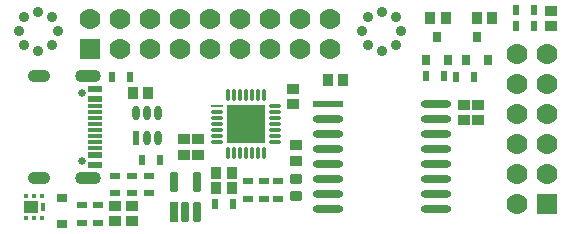
<source format=gbr>
%TF.GenerationSoftware,Altium Limited,Altium Designer,24.10.1 (45)*%
G04 Layer_Color=8388736*
%FSLAX43Y43*%
%MOMM*%
%TF.SameCoordinates,8629D08E-D241-4C1D-8EA4-E11FCD9DE57C*%
%TF.FilePolarity,Negative*%
%TF.FileFunction,Soldermask,Top*%
%TF.Part,Single*%
G01*
G75*
%TA.AperFunction,ConnectorPad*%
%ADD13R,1.150X0.300*%
%ADD14R,1.150X0.600*%
%TA.AperFunction,SMDPad,CuDef*%
G04:AMPARAMS|DCode=20|XSize=2.598mm|YSize=0.622mm|CornerRadius=0.311mm|HoleSize=0mm|Usage=FLASHONLY|Rotation=0.000|XOffset=0mm|YOffset=0mm|HoleType=Round|Shape=RoundedRectangle|*
%AMROUNDEDRECTD20*
21,1,2.598,0.000,0,0,0.0*
21,1,1.976,0.622,0,0,0.0*
1,1,0.622,0.988,0.000*
1,1,0.622,-0.988,0.000*
1,1,0.622,-0.988,0.000*
1,1,0.622,0.988,0.000*
%
%ADD20ROUNDEDRECTD20*%
%ADD21R,2.598X0.622*%
%TA.AperFunction,ConnectorPad*%
%ADD29R,0.350X0.660*%
%ADD30R,0.350X0.430*%
%ADD31R,1.250X1.100*%
%TA.AperFunction,ComponentPad*%
%ADD44C,0.650*%
%TA.AperFunction,ViaPad*%
%ADD53C,0.600*%
%TA.AperFunction,ComponentPad*%
%ADD64O,2.176X1.076*%
%ADD65O,1.876X1.076*%
G04:AMPARAMS|DCode=66|XSize=1.776mm|YSize=1.776mm|CornerRadius=0.888mm|HoleSize=0mm|Usage=FLASHONLY|Rotation=90.000|XOffset=0mm|YOffset=0mm|HoleType=Round|Shape=RoundedRectangle|*
%AMROUNDEDRECTD66*
21,1,1.776,0.000,0,0,90.0*
21,1,0.000,1.776,0,0,90.0*
1,1,1.776,0.000,0.000*
1,1,1.776,0.000,0.000*
1,1,1.776,0.000,0.000*
1,1,1.776,0.000,0.000*
%
%ADD66ROUNDEDRECTD66*%
%ADD67R,1.776X1.776*%
G04:AMPARAMS|DCode=68|XSize=1.776mm|YSize=1.776mm|CornerRadius=0.888mm|HoleSize=0mm|Usage=FLASHONLY|Rotation=180.000|XOffset=0mm|YOffset=0mm|HoleType=Round|Shape=RoundedRectangle|*
%AMROUNDEDRECTD68*
21,1,1.776,0.000,0,0,180.0*
21,1,0.000,1.776,0,0,180.0*
1,1,1.776,0.000,0.000*
1,1,1.776,0.000,0.000*
1,1,1.776,0.000,0.000*
1,1,1.776,0.000,0.000*
%
%ADD68ROUNDEDRECTD68*%
%ADD69R,1.776X1.776*%
%ADD70C,0.876*%
%TA.AperFunction,SMDPad,CuDef*%
%ADD71R,0.976X0.876*%
%TA.AperFunction,ConnectorPad*%
%ADD72R,1.226X0.376*%
%TA.AperFunction,SMDPad,CuDef*%
G04:AMPARAMS|DCode=73|XSize=0.726mm|YSize=1.676mm|CornerRadius=0.152mm|HoleSize=0mm|Usage=FLASHONLY|Rotation=180.000|XOffset=0mm|YOffset=0mm|HoleType=Round|Shape=RoundedRectangle|*
%AMROUNDEDRECTD73*
21,1,0.726,1.373,0,0,180.0*
21,1,0.422,1.676,0,0,180.0*
1,1,0.304,-0.211,0.686*
1,1,0.304,0.211,0.686*
1,1,0.304,0.211,-0.686*
1,1,0.304,-0.211,-0.686*
%
%ADD73ROUNDEDRECTD73*%
%ADD74R,0.726X1.676*%
G04:AMPARAMS|DCode=75|XSize=1.232mm|YSize=0.612mm|CornerRadius=0.306mm|HoleSize=0mm|Usage=FLASHONLY|Rotation=90.000|XOffset=0mm|YOffset=0mm|HoleType=Round|Shape=RoundedRectangle|*
%AMROUNDEDRECTD75*
21,1,1.232,0.000,0,0,90.0*
21,1,0.620,0.612,0,0,90.0*
1,1,0.612,0.000,0.310*
1,1,0.612,0.000,-0.310*
1,1,0.612,0.000,-0.310*
1,1,0.612,0.000,0.310*
%
%ADD75ROUNDEDRECTD75*%
%ADD76R,0.612X1.232*%
%ADD77R,0.676X0.876*%
%TA.AperFunction,ConnectorPad*%
%ADD78R,0.906X0.701*%
%TA.AperFunction,SMDPad,CuDef*%
%ADD79R,0.576X0.876*%
G04:AMPARAMS|DCode=80|XSize=0.276mm|YSize=1.026mm|CornerRadius=0.088mm|HoleSize=0mm|Usage=FLASHONLY|Rotation=90.000|XOffset=0mm|YOffset=0mm|HoleType=Round|Shape=RoundedRectangle|*
%AMROUNDEDRECTD80*
21,1,0.276,0.850,0,0,90.0*
21,1,0.100,1.026,0,0,90.0*
1,1,0.176,0.425,0.050*
1,1,0.176,0.425,-0.050*
1,1,0.176,-0.425,-0.050*
1,1,0.176,-0.425,0.050*
%
%ADD80ROUNDEDRECTD80*%
G04:AMPARAMS|DCode=81|XSize=0.276mm|YSize=1.026mm|CornerRadius=0.088mm|HoleSize=0mm|Usage=FLASHONLY|Rotation=0.000|XOffset=0mm|YOffset=0mm|HoleType=Round|Shape=RoundedRectangle|*
%AMROUNDEDRECTD81*
21,1,0.276,0.850,0,0,0.0*
21,1,0.100,1.026,0,0,0.0*
1,1,0.176,0.050,-0.425*
1,1,0.176,-0.050,-0.425*
1,1,0.176,-0.050,0.425*
1,1,0.176,0.050,0.425*
%
%ADD81ROUNDEDRECTD81*%
%ADD82R,1.026X0.276*%
%ADD83R,3.276X3.276*%
G04:AMPARAMS|DCode=84|XSize=0.876mm|YSize=1.076mm|CornerRadius=0.138mm|HoleSize=0mm|Usage=FLASHONLY|Rotation=270.000|XOffset=0mm|YOffset=0mm|HoleType=Round|Shape=RoundedRectangle|*
%AMROUNDEDRECTD84*
21,1,0.876,0.800,0,0,270.0*
21,1,0.600,1.076,0,0,270.0*
1,1,0.276,-0.400,-0.300*
1,1,0.276,-0.400,0.300*
1,1,0.276,0.400,0.300*
1,1,0.276,0.400,-0.300*
%
%ADD84ROUNDEDRECTD84*%
%ADD85R,0.876X0.976*%
%TA.AperFunction,ConnectorPad*%
%ADD86R,0.876X0.576*%
%TA.AperFunction,SMDPad,CuDef*%
%ADD87R,0.876X0.576*%
D13*
X7677Y9750D02*
D03*
Y10250D02*
D03*
Y8750D02*
D03*
Y9250D02*
D03*
Y10750D02*
D03*
Y7250D02*
D03*
Y8250D02*
D03*
D14*
Y12200D02*
D03*
Y11400D02*
D03*
Y5800D02*
D03*
Y6600D02*
D03*
D20*
X36578Y9675D02*
D03*
Y8405D02*
D03*
Y10945D02*
D03*
Y5865D02*
D03*
Y7135D02*
D03*
Y4595D02*
D03*
Y2055D02*
D03*
Y3325D02*
D03*
X27422Y4595D02*
D03*
Y5865D02*
D03*
Y9675D02*
D03*
Y7135D02*
D03*
Y8405D02*
D03*
Y2055D02*
D03*
Y3325D02*
D03*
D21*
Y10945D02*
D03*
D29*
X3318Y2230D02*
D03*
D30*
X3193Y3165D02*
D03*
X2543D02*
D03*
X3193Y1295D02*
D03*
X2543D02*
D03*
X1893Y3165D02*
D03*
Y1295D02*
D03*
D31*
X2258Y2230D02*
D03*
D44*
X6602Y11890D02*
D03*
Y6110D02*
D03*
D53*
X21770Y10513D02*
D03*
X20500Y9243D02*
D03*
Y10513D02*
D03*
X21770Y9243D02*
D03*
X20500Y7973D02*
D03*
X21770D02*
D03*
X19230Y9243D02*
D03*
Y10513D02*
D03*
Y7973D02*
D03*
D64*
X7102Y13320D02*
D03*
Y4680D02*
D03*
D65*
X2922Y13320D02*
D03*
Y4680D02*
D03*
D66*
X22540Y18140D02*
D03*
X25080D02*
D03*
X20000D02*
D03*
X27620D02*
D03*
X14920D02*
D03*
X17460D02*
D03*
X12380D02*
D03*
Y15600D02*
D03*
X9840D02*
D03*
X27620D02*
D03*
X25080D02*
D03*
X17460D02*
D03*
X14920D02*
D03*
X22540D02*
D03*
X20000D02*
D03*
X9840Y18140D02*
D03*
X7300D02*
D03*
D67*
Y15600D02*
D03*
D68*
X46000Y7580D02*
D03*
Y10120D02*
D03*
Y5040D02*
D03*
Y15200D02*
D03*
X43460D02*
D03*
X46000Y12660D02*
D03*
X43460Y2500D02*
D03*
Y10120D02*
D03*
Y12660D02*
D03*
Y5040D02*
D03*
Y7580D02*
D03*
D69*
X46000Y2500D02*
D03*
D70*
X33167Y18267D02*
D03*
X33650Y17100D02*
D03*
X32000Y18750D02*
D03*
X33167Y15933D02*
D03*
X32000Y15450D02*
D03*
X30833Y15933D02*
D03*
Y18267D02*
D03*
X30350Y17100D02*
D03*
X4067Y18267D02*
D03*
X4550Y17100D02*
D03*
X2900Y18750D02*
D03*
X4067Y15933D02*
D03*
X2900Y15450D02*
D03*
X1733Y15933D02*
D03*
Y18267D02*
D03*
X1250Y17100D02*
D03*
D71*
X38913Y9560D02*
D03*
Y10860D02*
D03*
X40117Y9560D02*
D03*
Y10860D02*
D03*
X46329Y18819D02*
D03*
Y17519D02*
D03*
X9393Y2294D02*
D03*
Y994D02*
D03*
X15271Y7954D02*
D03*
Y6654D02*
D03*
X24489Y12249D02*
D03*
Y10949D02*
D03*
X16446Y7954D02*
D03*
Y6654D02*
D03*
X24721Y7433D02*
D03*
Y6133D02*
D03*
X10827Y2294D02*
D03*
Y994D02*
D03*
D72*
X7677Y7750D02*
D03*
D73*
X16306Y4333D02*
D03*
X14406D02*
D03*
X16306Y1833D02*
D03*
X15356D02*
D03*
D74*
X14406D02*
D03*
D75*
X13073Y10175D02*
D03*
X12123D02*
D03*
X11173D02*
D03*
X12123Y8025D02*
D03*
X13073D02*
D03*
D76*
X11173D02*
D03*
D77*
X36662Y16656D02*
D03*
X37612Y14636D02*
D03*
X35712D02*
D03*
X40039Y16648D02*
D03*
X40989Y14628D02*
D03*
X39089D02*
D03*
D78*
X4938Y2984D02*
D03*
Y759D02*
D03*
D79*
X19400Y2457D02*
D03*
X17900D02*
D03*
X39786Y13244D02*
D03*
X38286D02*
D03*
X10658Y13244D02*
D03*
X9158D02*
D03*
X44861Y17557D02*
D03*
X43361D02*
D03*
X44866Y18859D02*
D03*
X43366D02*
D03*
X37215Y13286D02*
D03*
X35715D02*
D03*
X13164Y6242D02*
D03*
X11664D02*
D03*
D80*
X22975Y10743D02*
D03*
Y9743D02*
D03*
Y9243D02*
D03*
Y10243D02*
D03*
Y8743D02*
D03*
Y8243D02*
D03*
Y7743D02*
D03*
X18025Y9243D02*
D03*
Y8743D02*
D03*
Y10243D02*
D03*
Y9743D02*
D03*
Y7743D02*
D03*
Y8243D02*
D03*
D81*
X22000Y11718D02*
D03*
X21000D02*
D03*
X21500D02*
D03*
X20000D02*
D03*
X20500D02*
D03*
X22000Y6768D02*
D03*
X21500D02*
D03*
X20500D02*
D03*
X21000D02*
D03*
X19000Y11718D02*
D03*
X19500D02*
D03*
Y6768D02*
D03*
X20000D02*
D03*
X19000D02*
D03*
D82*
X18025Y10743D02*
D03*
D83*
X20500Y9243D02*
D03*
D84*
X24721Y4625D02*
D03*
Y3125D02*
D03*
D85*
X19286Y3806D02*
D03*
X17986D02*
D03*
X37405Y18243D02*
D03*
X36105D02*
D03*
X19286Y5120D02*
D03*
X17986D02*
D03*
X41333Y18264D02*
D03*
X40033D02*
D03*
X27417Y13005D02*
D03*
X28717D02*
D03*
X12194Y11878D02*
D03*
X10894D02*
D03*
D86*
X7960Y2388D02*
D03*
Y888D02*
D03*
D87*
X9424Y4871D02*
D03*
Y3371D02*
D03*
X6570Y2388D02*
D03*
Y888D02*
D03*
X12261Y4871D02*
D03*
Y3371D02*
D03*
X23220Y4413D02*
D03*
Y2913D02*
D03*
X20655Y4424D02*
D03*
Y2924D02*
D03*
X21987Y4416D02*
D03*
Y2916D02*
D03*
X10827Y4871D02*
D03*
Y3371D02*
D03*
%TF.MD5,a15af21add65c5ef836b28fe659a0ca7*%
M02*

</source>
